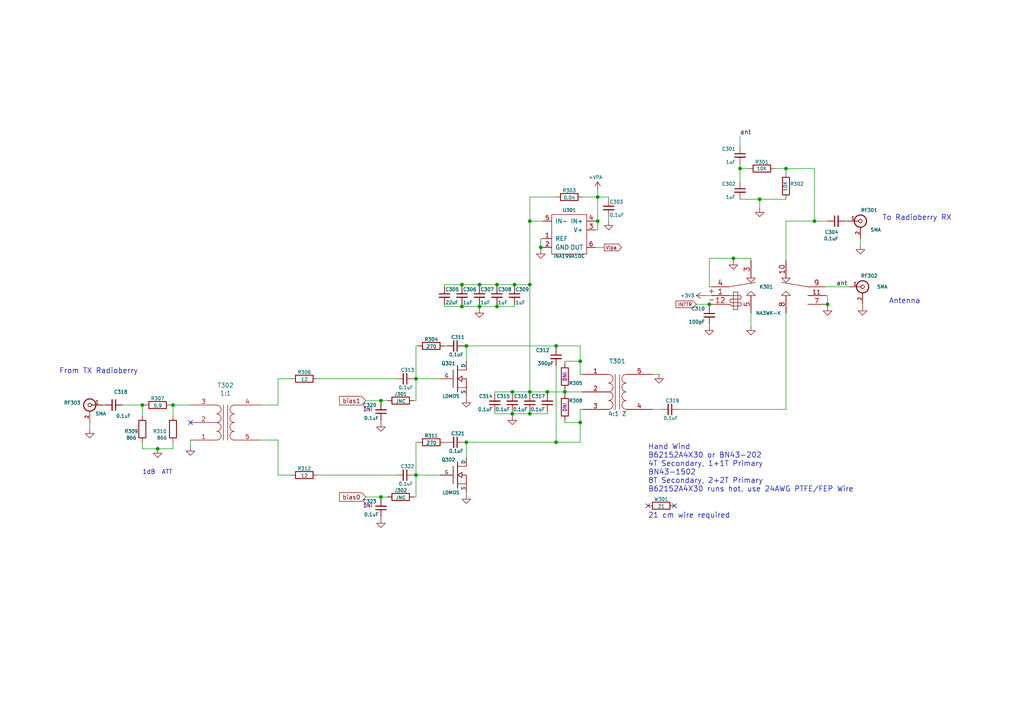
<source format=kicad_sch>
(kicad_sch (version 20231120) (generator "eeschema") (generator_version "8.0")
  (paper "A4")
  (title_block (title "Radioberry - amplifier") (date "2020-12-18") (rev "beta 1") (company "AppMind") (comment 1 "PA3GSB Johan Maas"))
  (lib_symbols
    (symbol "hermeslite:+VPA" (power) (pin_names (offset 0))
      (property "Value" "+VPA" (at 0 3.556 0))
      (symbol "+VPA_0_1"
        (polyline (pts (xy -0.762 1.27) (xy 0 2.54)))
        (polyline (pts (xy 0 0) (xy 0 2.54)))
        (polyline (pts (xy 0 2.54) (xy 0.762 1.27)))
      )
      (symbol "+VPA_1_1"
        (pin power_in line (at 0 0 90) (length 0) hide (name "+VPA") (number "1"))
      )
    )
    (symbol "hermeslite:BNC" (pin_names (offset 1.016) hide)
      (property "Reference" "P" (at 0.254 3.048 0))
      (property "Value" "BNC" (at 2.794 -1.524 90))
      (symbol "BNC_0_1"
        (circle (center 0 0) (radius 0.508) (stroke (width 0.2032)))
        (circle (center 0 0) (radius 1.778) (stroke (width 0.3048)))
      )
      (symbol "BNC_1_1"
        (pin passive line (at -3.81 0 0) (length 3.302) (name "In") (number "1"))
        (pin passive line (at 0 -5.08 90) (length 3.302) (name "Ext") (number "2"))
      )
    )
    (symbol "hermeslite:C_Small" (pin_numbers hide) (pin_names (offset 0.254) hide)
      (property "Reference" "C" (at 0.254 1.778 0))
      (property "Value" "C_Small" (at 0.254 -2.032 0))
      (symbol "C_Small_0_1"
        (polyline (pts (xy -1.524 -0.508) (xy 1.524 -0.508)) (stroke (width 0.3302)))
        (polyline (pts (xy -1.524 0.508) (xy 1.524 0.508)) (stroke (width 0.3048)))
      )
      (symbol "C_Small_1_1"
        (pin passive line (at 0 2.54 270) (length 2.032) (name "~") (number "1"))
        (pin passive line (at 0 -2.54 90) (length 2.032) (name "~") (number "2"))
      )
    )
    (symbol "hermeslite:DPDTR_GND" (pin_names (offset 1.016) hide)
      (property "Reference" "K" (at -13.97 5.08 0))
      (property "Value" "DPDTR_GND" (at 11.43 5.08 0))
      (symbol "DPDTR_GND_0_1"
        (polyline (pts (xy -17.145 -3.81) (xy -16.51 -3.81)))
        (polyline (pts (xy -17.145 -1.27) (xy -15.875 -1.27)))
        (polyline (pts (xy -16.51 -3.81) (xy -15.875 -3.81)))
        (polyline (pts (xy -16.51 -0.635) (xy -16.51 -1.905)))
        (polyline (pts (xy -11.43 -5.08) (xy -11.176 -5.08)))
        (polyline (pts (xy -11.43 -2.54) (xy -10.16 -2.54)))
        (polyline (pts (xy -11.43 0) (xy -3.81 1.27)))
        (polyline (pts (xy -11.176 -5.08) (xy -10.668 -5.5626)))
        (polyline (pts (xy -11.176 -4.2926) (xy -11.176 -3.81)))
        (polyline (pts (xy -10.922 -4.572) (xy -11.176 -4.2926)))
        (polyline (pts (xy -10.922 -3.556) (xy -11.176 -3.81)))
        (polyline (pts (xy -10.668 -5.5626) (xy -10.16 -5.5626)))
        (polyline (pts (xy -10.16 -6.604) (xy -10.16 -1.4986)))
        (polyline (pts (xy -10.16 -4.572) (xy -10.922 -4.572)))
        (polyline (pts (xy -10.16 -4.572) (xy -8.89 -4.572)))
        (polyline (pts (xy -10.16 -3.556) (xy -10.922 -3.556)))
        (polyline (pts (xy -10.16 -2.54) (xy -8.89 -2.54)))
        (polyline (pts (xy -10.16 -1.4986) (xy -8.89 -1.4986)))
        (polyline (pts (xy -8.89 -6.604) (xy -10.16 -6.604)))
        (polyline (pts (xy -8.89 -5.5626) (xy -10.16 -5.5626)))
        (polyline (pts (xy -8.89 -5.5626) (xy -8.1534 -5.5626)))
        (polyline (pts (xy -8.89 -4.572) (xy -8.1534 -4.572)))
        (polyline (pts (xy -8.89 -3.556) (xy -10.16 -3.556)))
        (polyline (pts (xy -8.89 -3.556) (xy -8.1534 -3.556)))
        (polyline (pts (xy -8.89 -2.54) (xy -8.1534 -2.54)))
        (polyline (pts (xy -8.89 -1.4986) (xy -8.89 -6.604)))
        (polyline (pts (xy -8.1534 -5.5626) (xy -7.8994 -5.334)))
        (polyline (pts (xy -8.1534 -4.572) (xy -7.8994 -4.826)))
        (polyline (pts (xy -8.1534 -3.556) (xy -7.8994 -3.302)))
        (polyline (pts (xy -8.1534 -2.54) (xy -7.8994 -2.7686)))
        (polyline (pts (xy -7.8994 -5.334) (xy -7.8994 -4.826)))
        (polyline (pts (xy -7.8994 -2.7686) (xy -7.8994 -3.302)))
        (polyline (pts (xy 11.43 0) (xy 3.81 1.27)))
        (polyline (pts (xy -5.08 -1.27) (xy -6.35 -2.54) (xy -3.81 -2.54) (xy -5.08 -1.27)))
        (polyline (pts (xy -5.08 1.27) (xy -6.35 2.54) (xy -3.81 2.54) (xy -5.08 1.27)))
        (polyline (pts (xy 3.81 2.54) (xy 5.08 1.27) (xy 6.35 2.54) (xy 3.81 2.54)))
        (polyline (pts (xy 5.08 -1.27) (xy 3.81 -2.54) (xy 6.35 -2.54) (xy 5.08 -1.27)))
      )
      (symbol "DPDTR_GND_1_1"
        (pin input line (at -16.51 -2.54 0) (length 5.08) (name "~") (number "1"))
        (pin passive line (at 5.08 7.62 270) (length 5.08) (name "~") (number "10"))
        (pin input line (at 16.51 -2.54 180) (length 5.08) (name "~") (number "11"))
        (pin input line (at -16.51 -5.08 0) (length 5.08) (name "~") (number "12"))
        (pin input line (at -5.08 7.62 270) (length 5.08) (name "~") (number "3"))
        (pin input line (at -16.51 0 0) (length 5.08) (name "~") (number "4"))
        (pin input line (at -5.08 -7.62 90) (length 5.08) (name "~") (number "5"))
        (pin input line (at 16.51 -5.08 180) (length 5.08) (name "~") (number "7"))
        (pin input line (at 5.08 -7.62 90) (length 5.08) (name "~") (number "8"))
        (pin passive line (at 16.51 0 180) (length 5.08) (name "~") (number "9"))
      )
    )
    (symbol "hermeslite:INA199x1" (pin_names (offset 1.016))
      (property "Reference" "U" (at 0 -6.35 0))
      (property "Value" "INA199x1" (at 0 -1.27 0))
      (symbol "INA199x1_0_0"
        (rectangle (start -5.08 11.43) (end 5.08 0))
      )
      (symbol "INA199x1_1_1"
        (pin input line (at 7.62 4.445 180) (length 2.54) (name "REF") (number "1"))
        (pin input line (at 7.62 1.905 180) (length 2.54) (name "GND") (number "2"))
        (pin input line (at -7.62 6.985 0) (length 2.54) (name "V+") (number "3"))
        (pin input line (at -7.62 9.525 0) (length 2.54) (name "IN+") (number "4"))
        (pin input line (at 7.62 9.525 180) (length 2.54) (name "IN-") (number "5"))
        (pin input line (at -7.62 1.905 0) (length 2.54) (name "OUT") (number "6"))
      )
    )
    (symbol "hermeslite:R" (pin_numbers hide) (pin_names (offset 0))
      (property "Reference" "R" (at 2.032 0 90))
      (property "Value" "R" (at 0 0 90))
      (symbol "R_0_1"
        (rectangle (start -1.016 -2.54) (end 1.016 2.54) (stroke (width 0.254)))
      )
      (symbol "R_1_1"
        (pin passive line (at 0 3.81 270) (length 1.27) (name "~") (number "1"))
        (pin passive line (at 0 -3.81 90) (length 1.27) (name "~") (number "2"))
      )
    )
    (symbol "hermeslite:RD16HHF1" (pin_numbers hide) (pin_names (offset 0))
      (property "Reference" "Q" (at 0.254 4.318 0))
      (property "Value" "RD16HHF1" (at 0.254 -3.81 0))
      (symbol "RD16HHF1_0_1"
        (polyline (pts (xy -1.27 -2.54) (xy -1.27 2.54)) (stroke (width 0.2032)))
        (polyline (pts (xy 0 -3.81) (xy 0 3.81)) (stroke (width 0.254)))
        (polyline (pts (xy 2.54 -2.54) (xy 0 -2.54)))
        (polyline (pts (xy 2.54 2.54) (xy 0 2.54)))
        (polyline (pts (xy 2.54 -2.54) (xy 2.54 0) (xy 1.27 0)) (stroke (width 0.2032)))
        (polyline (pts (xy 1.27 0.762) (xy 1.27 -0.762) (xy 0 0) (xy 1.27 0.762) (xy 1.27 0.762)) (stroke (width 0.2032)))
      )
      (symbol "RD16HHF1_1_1"
        (pin input line (at -5.08 0 0) (length 3.81) (name "G") (number "1"))
        (pin passive line (at 2.54 -5.08 90) (length 2.54) (name "S") (number "2"))
        (pin passive line (at 2.54 5.08 270) (length 2.54) (name "D") (number "3"))
      )
    )
    (symbol "hermeslite:TRANSF4CT" (pin_names (offset 1.016) hide)
      (property "Reference" "T" (at 0 6.35 0))
      (property "Value" "TRANSF4CT" (at 0 -7.62 0))
      (symbol "TRANSF4CT_0_1"
        (arc (start -2.54 -5.0546) (mid -1.6599 -4.6901) (end -1.27 -3.81))
        (arc (start -2.54 -2.5146) (mid -1.6599 -2.1501) (end -1.27 -1.27))
        (arc (start -2.54 0.0254) (mid -1.6599 0.3899) (end -1.27 1.27))
        (arc (start -2.54 2.5654) (mid -1.6599 2.9299) (end -1.27 3.81))
        (arc (start -1.27 -3.81) (mid -1.642 -2.912) (end -2.54 -2.54))
        (arc (start -1.27 -1.27) (mid -1.642 -0.372) (end -2.54 0))
        (arc (start -1.27 1.27) (mid -1.642 2.168) (end -2.54 2.54))
        (arc (start -1.27 3.81) (mid -1.642 4.708) (end -2.54 5.08))
        (polyline (pts (xy -0.635 5.08) (xy -0.635 -5.08)))
        (polyline (pts (xy 0.635 -5.08) (xy 0.635 5.08)))
        (arc (start 1.2954 -1.27) (mid 1.6599 -2.1501) (end 2.54 -2.5146))
        (arc (start 1.2954 1.27) (mid 1.6599 0.3899) (end 2.54 0.0254))
        (arc (start 1.2954 3.81) (mid 1.6599 2.9299) (end 2.54 2.5654))
        (arc (start 1.3208 -3.81) (mid 1.6853 -4.6901) (end 2.5654 -5.0546))
        (arc (start 2.54 0) (mid 1.642 -0.372) (end 1.2954 -1.27))
        (arc (start 2.54 2.54) (mid 1.642 2.168) (end 1.2954 1.27))
        (arc (start 2.54 5.08) (mid 1.642 4.708) (end 1.2954 3.81))
        (arc (start 2.5654 -2.54) (mid 1.6674 -2.912) (end 1.3208 -3.81))
      )
      (symbol "TRANSF4CT_1_1"
        (pin passive line (at -10.16 5.08 0) (length 7.62) (name "PR1") (number "1"))
        (pin passive line (at -10.16 0 0) (length 7.62) (name "PM") (number "2"))
        (pin passive line (at -10.16 -5.08 0) (length 7.62) (name "PR2") (number "3"))
        (pin passive line (at 10.16 -5.08 180) (length 7.62) (name "S2") (number "4"))
        (pin passive line (at 10.16 5.08 180) (length 7.62) (name "S1") (number "5"))
      )
    )
    (symbol "power:+3V3" (power) (pin_numbers hide) (pin_names (offset 0) hide)
      (property "Value" "+3V3" (at 0 3.556 0))
      (symbol "+3V3_0_1"
        (polyline (pts (xy -0.762 1.27) (xy 0 2.54)))
        (polyline (pts (xy 0 0) (xy 0 2.54)))
        (polyline (pts (xy 0 2.54) (xy 0.762 1.27)))
      )
      (symbol "+3V3_1_1"
        (pin power_in line (at 0 0 90) (length 0) (name "~") (number "1"))
      )
    )
    (symbol "power:GND" (power) (pin_numbers hide) (pin_names (offset 0) hide)
      (property "Value" "GND" (at 0 -3.81 0))
      (symbol "GND_0_1"
        (polyline (pts (xy 0 0) (xy 0 -1.27) (xy 1.27 -1.27) (xy 0 -2.54) (xy -1.27 -1.27) (xy 0 -1.27)))
      )
      (symbol "GND_1_1"
        (pin power_in line (at 0 0 270) (length 0) (name "~") (number "1"))
      )
    )
  )
  (junction (at 139.065 88.9))
  (junction (at 227.965 48.895))
  (junction (at 120.65 109.855))
  (junction (at 153.67 82.55))
  (junction (at 153.67 64.135))
  (junction (at 163.83 113.665))
  (junction (at 236.22 64.135))
  (junction (at 120.65 137.795))
  (junction (at 156.845 71.755))
  (junction (at 148.59 120.015))
  (junction (at 144.145 88.9))
  (junction (at 173.355 57.15))
  (junction (at 148.59 113.665))
  (junction (at 214.63 48.895))
  (junction (at 133.985 82.55))
  (junction (at 168.275 104.775))
  (junction (at 161.29 128.27))
  (junction (at 149.225 82.55))
  (junction (at 220.345 57.785))
  (junction (at 133.985 88.9))
  (junction (at 41.275 117.475))
  (junction (at 144.145 82.55))
  (junction (at 45.72 130.175))
  (junction (at 50.165 117.475))
  (junction (at 240.03 88.265))
  (junction (at 153.67 120.015))
  (junction (at 161.29 100.33))
  (junction (at 205.74 88.265))
  (junction (at 153.67 113.665))
  (junction (at 212.725 74.93))
  (junction (at 139.065 82.55))
  (junction (at 135.255 100.33))
  (junction (at 110.49 144.145))
  (junction (at 110.49 116.205))
  (junction (at 158.75 113.665))
  (junction (at 135.255 128.27))
  (junction (at 168.275 122.555))
  (junction (at 173.355 64.135))
  (no_connect (at 195.58 146.685))
  (no_connect (at 55.245 122.555))
  (no_connect (at 187.96 146.685))
  (wire (pts (xy 217.805 74.93) (xy 217.805 75.565)))
  (wire (pts (xy 133.985 82.55) (xy 139.065 82.55)))
  (wire (pts (xy 133.985 83.185) (xy 133.985 82.55)))
  (wire (pts (xy 29.845 117.475) (xy 30.48 117.475)))
  (wire (pts (xy 128.905 82.55) (xy 128.905 83.185)))
  (wire (pts (xy 135.255 128.27) (xy 161.29 128.27)))
  (wire (pts (xy 106.045 116.205) (xy 110.49 116.205)))
  (wire (pts (xy 153.67 113.665) (xy 153.67 114.3)))
  (wire (pts (xy 120.65 144.145) (xy 120.015 144.145)))
  (wire (pts (xy 133.985 88.9) (xy 139.065 88.9)))
  (wire (pts (xy 153.67 120.015) (xy 158.75 120.015)))
  (wire (pts (xy 189.23 118.745) (xy 191.77 118.745)))
  (wire (pts (xy 205.74 88.9) (xy 205.74 88.265)))
  (wire (pts (xy 163.83 105.41) (xy 163.83 104.775)))
  (wire (pts (xy 205.74 88.265) (xy 206.375 88.265)))
  (wire (pts (xy 196.85 118.745) (xy 227.965 118.745)))
  (wire (pts (xy 158.75 113.665) (xy 163.83 113.665)))
  (wire (pts (xy 217.805 90.805) (xy 217.805 94.615)))
  (wire (pts (xy 157.48 71.755) (xy 156.845 71.755)))
  (wire (pts (xy 239.395 83.185) (xy 246.38 83.185)))
  (wire (pts (xy 144.145 82.55) (xy 149.225 82.55)))
  (wire (pts (xy 163.83 104.775) (xy 168.275 104.775)))
  (wire (pts (xy 236.22 64.135) (xy 240.03 64.135)))
  (wire (pts (xy 220.345 57.785) (xy 227.965 57.785)))
  (wire (pts (xy 168.275 128.27) (xy 161.29 128.27)))
  (wire (pts (xy 163.83 113.03) (xy 163.83 113.665)))
  (wire (pts (xy 214.63 57.785) (xy 220.345 57.785)))
  (wire (pts (xy 50.165 130.175) (xy 50.165 128.27)))
  (wire (pts (xy 49.53 117.475) (xy 50.165 117.475)))
  (wire (pts (xy 212.725 74.93) (xy 217.805 74.93)))
  (wire (pts (xy 153.67 82.55) (xy 153.67 113.665)))
  (wire (pts (xy 80.645 109.855) (xy 84.455 109.855)))
  (wire (pts (xy 240.03 88.265) (xy 240.03 88.9)))
  (wire (pts (xy 227.965 48.895) (xy 227.965 50.165)))
  (wire (pts (xy 168.91 118.745) (xy 168.275 118.745)))
  (wire (pts (xy 106.045 144.145) (xy 110.49 144.145)))
  (wire (pts (xy 189.23 108.585) (xy 191.135 108.585)))
  (wire (pts (xy 80.645 117.475) (xy 80.645 109.855)))
  (wire (pts (xy 75.565 127.635) (xy 80.645 127.635)))
  (wire (pts (xy 143.51 113.665) (xy 143.51 114.3)))
  (wire (pts (xy 168.275 122.555) (xy 168.275 128.27)))
  (wire (pts (xy 148.59 114.3) (xy 148.59 113.665)))
  (wire (pts (xy 120.65 128.27) (xy 121.285 128.27)))
  (wire (pts (xy 173.355 57.15) (xy 173.355 64.135)))
  (wire (pts (xy 120.65 109.855) (xy 127.635 109.855)))
  (wire (pts (xy 163.83 122.555) (xy 168.275 122.555)))
  (wire (pts (xy 26.035 122.555) (xy 26.035 124.46)))
  (wire (pts (xy 161.29 100.965) (xy 161.29 100.33)))
  (wire (pts (xy 110.49 144.78) (xy 110.49 144.145)))
  (wire (pts (xy 128.905 100.33) (xy 129.54 100.33)))
  (wire (pts (xy 135.255 104.775) (xy 135.255 100.33)))
  (wire (pts (xy 201.93 88.265) (xy 205.74 88.265)))
  (wire (pts (xy 172.72 64.135) (xy 173.355 64.135)))
  (wire (pts (xy 128.905 82.55) (xy 133.985 82.55)))
  (wire (pts (xy 143.51 113.665) (xy 148.59 113.665)))
  (wire (pts (xy 153.67 64.135) (xy 153.67 82.55)))
  (wire (pts (xy 173.355 57.15) (xy 176.53 57.15)))
  (wire (pts (xy 205.74 74.93) (xy 212.725 74.93)))
  (wire (pts (xy 224.79 48.895) (xy 227.965 48.895)))
  (wire (pts (xy 161.29 106.045) (xy 161.29 128.27)))
  (wire (pts (xy 214.63 48.895) (xy 214.63 47.625)))
  (wire (pts (xy 172.72 71.755) (xy 175.26 71.755)))
  (wire (pts (xy 227.965 48.895) (xy 236.22 48.895)))
  (wire (pts (xy 110.49 116.84) (xy 110.49 116.205)))
  (wire (pts (xy 227.965 90.805) (xy 227.965 118.745)))
  (wire (pts (xy 157.48 64.135) (xy 153.67 64.135)))
  (wire (pts (xy 120.015 137.795) (xy 120.65 137.795)))
  (wire (pts (xy 156.845 69.215) (xy 156.845 71.755)))
  (wire (pts (xy 148.59 119.38) (xy 148.59 120.015)))
  (wire (pts (xy 163.83 121.92) (xy 163.83 122.555)))
  (wire (pts (xy 135.255 142.875) (xy 135.255 143.51)))
  (wire (pts (xy 35.56 117.475) (xy 41.275 117.475)))
  (wire (pts (xy 239.395 85.725) (xy 240.03 85.725)))
  (wire (pts (xy 143.51 119.38) (xy 143.51 120.015)))
  (wire (pts (xy 214.63 48.895) (xy 217.17 48.895)))
  (wire (pts (xy 50.165 120.65) (xy 50.165 117.475)))
  (wire (pts (xy 205.74 74.93) (xy 205.74 83.185)))
  (wire (pts (xy 156.845 71.755) (xy 156.845 72.39)))
  (wire (pts (xy 120.65 137.795) (xy 120.65 144.145)))
  (wire (pts (xy 144.145 88.9) (xy 149.225 88.9)))
  (wire (pts (xy 41.275 128.27) (xy 41.275 130.175)))
  (wire (pts (xy 153.67 119.38) (xy 153.67 120.015)))
  (wire (pts (xy 110.49 116.205) (xy 112.395 116.205)))
  (wire (pts (xy 135.255 114.935) (xy 135.255 115.57)))
  (wire (pts (xy 220.345 60.325) (xy 220.345 57.785)))
  (wire (pts (xy 41.275 117.475) (xy 41.91 117.475)))
  (wire (pts (xy 133.985 88.265) (xy 133.985 88.9)))
  (wire (pts (xy 128.905 88.265) (xy 128.905 88.9)))
  (wire (pts (xy 135.255 128.27) (xy 134.62 128.27)))
  (wire (pts (xy 84.455 137.795) (xy 80.645 137.795)))
  (wire (pts (xy 250.19 88.265) (xy 250.19 88.9)))
  (wire (pts (xy 214.63 42.545) (xy 214.63 39.37)))
  (wire (pts (xy 110.49 121.92) (xy 110.49 122.555)))
  (wire (pts (xy 240.03 85.725) (xy 240.03 88.265)))
  (wire (pts (xy 212.725 74.93) (xy 212.725 75.565)))
  (wire (pts (xy 50.165 117.475) (xy 55.245 117.475)))
  (wire (pts (xy 153.67 57.15) (xy 153.67 64.135)))
  (wire (pts (xy 168.275 108.585) (xy 168.91 108.585)))
  (wire (pts (xy 205.74 83.185) (xy 206.375 83.185)))
  (wire (pts (xy 239.395 88.265) (xy 240.03 88.265)))
  (wire (pts (xy 161.29 57.15) (xy 153.67 57.15)))
  (wire (pts (xy 120.65 128.27) (xy 120.65 137.795)))
  (wire (pts (xy 139.065 82.55) (xy 139.065 83.185)))
  (wire (pts (xy 148.59 120.015) (xy 148.59 120.65)))
  (wire (pts (xy 148.59 113.665) (xy 153.67 113.665)))
  (wire (pts (xy 149.225 82.55) (xy 149.225 83.185)))
  (wire (pts (xy 227.965 64.135) (xy 227.965 75.565)))
  (wire (pts (xy 110.49 149.86) (xy 110.49 150.495)))
  (wire (pts (xy 135.255 132.715) (xy 135.255 128.27)))
  (wire (pts (xy 176.53 57.15) (xy 176.53 57.785)))
  (wire (pts (xy 245.745 64.135) (xy 245.11 64.135)))
  (wire (pts (xy 176.53 62.865) (xy 176.53 64.135)))
  (wire (pts (xy 158.75 120.015) (xy 158.75 119.38)))
  (wire (pts (xy 41.275 120.65) (xy 41.275 117.475)))
  (wire (pts (xy 120.65 109.855) (xy 120.65 116.205)))
  (wire (pts (xy 204.47 85.725) (xy 206.375 85.725)))
  (wire (pts (xy 205.74 93.98) (xy 205.74 94.615)))
  (wire (pts (xy 227.965 64.135) (xy 236.22 64.135)))
  (wire (pts (xy 128.905 88.9) (xy 133.985 88.9)))
  (wire (pts (xy 236.22 48.895) (xy 236.22 64.135)))
  (wire (pts (xy 149.225 88.9) (xy 149.225 88.265)))
  (wire (pts (xy 139.065 82.55) (xy 144.145 82.55)))
  (wire (pts (xy 92.075 137.795) (xy 114.935 137.795)))
  (wire (pts (xy 168.275 104.775) (xy 168.275 108.585)))
  (wire (pts (xy 173.355 55.245) (xy 173.355 57.15)))
  (wire (pts (xy 120.015 109.855) (xy 120.65 109.855)))
  (wire (pts (xy 214.63 52.705) (xy 214.63 48.895)))
  (wire (pts (xy 139.065 88.9) (xy 144.145 88.9)))
  (wire (pts (xy 120.65 116.205) (xy 120.015 116.205)))
  (wire (pts (xy 168.275 118.745) (xy 168.275 122.555)))
  (wire (pts (xy 157.48 69.215) (xy 156.845 69.215)))
  (wire (pts (xy 163.83 113.665) (xy 168.91 113.665)))
  (wire (pts (xy 158.75 114.3) (xy 158.75 113.665)))
  (wire (pts (xy 144.145 82.55) (xy 144.145 83.185)))
  (wire (pts (xy 173.355 64.135) (xy 173.355 66.675)))
  (wire (pts (xy 161.29 100.33) (xy 168.275 100.33)))
  (wire (pts (xy 41.275 130.175) (xy 45.72 130.175)))
  (wire (pts (xy 149.225 82.55) (xy 153.67 82.55)))
  (wire (pts (xy 148.59 120.015) (xy 153.67 120.015)))
  (wire (pts (xy 153.67 113.665) (xy 158.75 113.665)))
  (wire (pts (xy 163.83 113.665) (xy 163.83 114.3)))
  (wire (pts (xy 173.355 66.675) (xy 172.72 66.675)))
  (wire (pts (xy 120.65 137.795) (xy 127.635 137.795)))
  (wire (pts (xy 128.905 128.27) (xy 129.54 128.27)))
  (wire (pts (xy 168.275 100.33) (xy 168.275 104.775)))
  (wire (pts (xy 110.49 144.145) (xy 112.395 144.145)))
  (wire (pts (xy 144.145 88.9) (xy 144.145 88.265)))
  (wire (pts (xy 139.065 88.265) (xy 139.065 88.9)))
  (wire (pts (xy 135.255 100.33) (xy 161.29 100.33)))
  (wire (pts (xy 55.245 127.635) (xy 55.245 129.54)))
  (wire (pts (xy 143.51 120.015) (xy 148.59 120.015)))
  (wire (pts (xy 45.72 130.175) (xy 50.165 130.175)))
  (wire (pts (xy 80.645 127.635) (xy 80.645 137.795)))
  (wire (pts (xy 134.62 100.33) (xy 135.255 100.33)))
  (wire (pts (xy 120.65 100.33) (xy 121.285 100.33)))
  (wire (pts (xy 249.555 69.215) (xy 249.555 71.12)))
  (wire (pts (xy 75.565 117.475) (xy 80.645 117.475)))
  (wire (pts (xy 92.075 109.855) (xy 114.935 109.855)))
  (wire (pts (xy 120.65 100.33) (xy 120.65 109.855)))
  (wire (pts (xy 139.065 88.9) (xy 139.065 89.535)))
  (wire (pts (xy 168.91 57.15) (xy 173.355 57.15)))
  (text "21 cm wire required" (at 187.96 150.495 0) (effects (font (size 1.524 1.524)) (justify left bottom)))
  (text "1dB  ATT" (at 41.275 137.795 0) (effects (font (size 1.27 1.27)) (justify left bottom)))
  (text "To Radioberry RX" (at 255.905 64.135 0) (effects (font (size 1.524 1.524)) (justify left bottom)))
  (text "From TX Radioberry" (at 17.145 108.585 0) (effects (font (size 1.524 1.524)) (justify left bottom)))
  (text "Antenna" (at 257.81 88.265 0) (effects (font (size 1.524 1.524)) (justify left bottom)))
  (text "Hand Wind\nB62152A4X30 or BN43-202\n4T Secondary, 1+1T Primary\nBN43-1502\n8T Secondary, 2+2T Primary\nB62152A4X30 runs hot, use 24AWG PTFE/FEP Wire" (at 187.96 142.875 0) (effects (font (size 1.524 1.524)) (justify left bottom)))
  (label "ant" (at 214.63 39.37 0))
  (label "ant" (at 242.57 83.185 0))
  (global_label "bias0" (shape input) (at 106.045 144.145 180) (property "Intersheetrefs" "${INTERSHEET_REFS}" (effects (hide yes))))
  (global_label "Vipa" (shape output) (at 175.26 71.755 0) (effects (font (size 0.9906 0.9906))) (property "Intersheetrefs" "${INTERSHEET_REFS}" (effects (hide yes))))
  (global_label "bias1" (shape input) (at 106.045 116.205 180) (property "Intersheetrefs" "${INTERSHEET_REFS}" (effects (hide yes))))
  (global_label "INTTR" (shape input) (at 201.93 88.265 180) (effects (font (size 0.9906 0.9906))) (property "Intersheetrefs" "${INTERSHEET_REFS}" (effects (hide yes))))
  (symbol (lib_id "hermeslite:C_Small") (at 117.475 109.855 270) (unit 1)
    (property "Reference" "C313" (at 116.205 107.315 90) (effects (font (size 0.9906 0.9906)) (justify left)))
    (property "Value" "0.1uF" (at 115.57 112.395 90) (effects (font (size 0.9906 0.9906)) (justify left)))
    (property "Footprint" "HERMESLITE:SMD-0603" (effects (hide yes)))
  )
  (symbol (lib_id "hermeslite:R") (at 88.265 109.855 270) (unit 1)
    (property "Reference" "R306" (at 88.265 107.95 90) (effects (font (size 0.9906 0.9906))))
    (property "Value" "12" (at 88.2904 110.0328 90) (effects (font (size 0.9906 0.9906))))
    (property "Footprint" "HERMESLITE:SMD-0805" (effects (hide yes)))
  )
  (symbol (lib_id "hermeslite:R") (at 125.095 100.33 270) (unit 1)
    (property "Reference" "R304" (at 125.095 98.425 90) (effects (font (size 0.9906 0.9906))))
    (property "Value" "270" (at 125.1204 100.5078 90) (effects (font (size 0.9906 0.9906))))
    (property "Footprint" "HERMESLITE:SMD-0603" (effects (hide yes)))
  )
  (symbol (lib_id "hermeslite:C_Small") (at 132.08 100.33 270) (unit 1)
    (property "Reference" "C311" (at 130.81 97.79 90) (effects (font (size 0.9906 0.9906)) (justify left)))
    (property "Value" "0.1uF" (at 130.175 102.87 90) (effects (font (size 0.9906 0.9906)) (justify left)))
    (property "Footprint" "HERMESLITE:SMD-0603" (effects (hide yes)))
  )
  (symbol (lib_id "hermeslite:RD16HHF1") (at 132.715 109.855 0) (unit 1)
    (property "Reference" "Q301" (at 132.08 105.41 0) (effects (font (size 0.9906 0.9906)) (justify right)))
    (property "Value" "LDMOS" (at 133.35 114.935 0) (effects (font (size 0.9906 0.9906)) (justify right)))
    (property "Footprint" "HERMESLITE:COMBORFGND" (effects (hide yes)))
  )
  (symbol (lib_id "hermeslite:+VPA") (at 173.355 55.245 0) (unit 1)
    (property "Reference" "#PWR0301" (effects (hide yes)))
    (property "Value" "+VPA" (at 172.72 51.435 0) (effects (font (size 0.9906 0.9906))))
  )
  (symbol (lib_id "hermeslite:C_Small") (at 133.985 85.725 0) (unit 1)
    (property "Reference" "C306" (at 134.239 83.947 0) (effects (font (size 0.9906 0.9906)) (justify left)))
    (property "Value" "1uF" (at 134.239 87.757 0) (effects (font (size 0.9906 0.9906)) (justify left)))
    (property "Footprint" "HERMESLITE:SMD-0805" (effects (hide yes)))
    (property "Ext" "HV" (effects (hide yes)))
  )
  (symbol (lib_id "hermeslite:C_Small") (at 139.065 85.725 0) (unit 1)
    (property "Reference" "C307" (at 139.319 83.947 0) (effects (font (size 0.9906 0.9906)) (justify left)))
    (property "Value" "1uF" (at 139.319 87.757 0) (effects (font (size 0.9906 0.9906)) (justify left)))
    (property "Footprint" "HERMESLITE:SMD-0805" (effects (hide yes)))
    (property "Ext" "HV" (effects (hide yes)))
  )
  (symbol (lib_id "hermeslite:C_Small") (at 144.145 85.725 0) (unit 1)
    (property "Reference" "C308" (at 144.399 83.947 0) (effects (font (size 0.9906 0.9906)) (justify left)))
    (property "Value" "1uF" (at 144.399 87.757 0) (effects (font (size 0.9906 0.9906)) (justify left)))
    (property "Footprint" "HERMESLITE:SMD-0805" (effects (hide yes)))
    (property "Ext" "HV" (effects (hide yes)))
  )
  (symbol (lib_id "hermeslite:C_Small") (at 149.225 85.725 0) (unit 1)
    (property "Reference" "C309" (at 149.479 83.947 0) (effects (font (size 0.9906 0.9906)) (justify left)))
    (property "Value" "1uF" (at 149.479 87.757 0) (effects (font (size 0.9906 0.9906)) (justify left)))
    (property "Footprint" "HERMESLITE:SMD-0805" (effects (hide yes)))
    (property "Ext" "HV" (effects (hide yes)))
  )
  (symbol (lib_id "hermeslite:R") (at 163.83 109.22 180) (unit 1)
    (property "Reference" "R305" (at 167.005 111.125 0) (effects (font (size 0.9906 0.9906))))
    (property "Value" "1K" (effects (hide yes)))
    (property "Footprint" "HERMESLITE:SMD-0805" (effects (hide yes)))
    (property "Option" "DNI" (at 163.83 109.22 90) (effects (font (size 0.9906 0.9906))))
  )
  (symbol (lib_id "hermeslite:R") (at 163.83 118.11 180) (unit 1)
    (property "Reference" "R308" (at 167.005 116.205 0) (effects (font (size 0.9906 0.9906))))
    (property "Value" "1K" (effects (hide yes)))
    (property "Footprint" "HERMESLITE:SMD-0805" (effects (hide yes)))
    (property "Option" "DNI" (at 163.83 118.11 90) (effects (font (size 0.9906 0.9906))))
  )
  (symbol (lib_id "power:GND") (at 135.255 115.57 0) (unit 1)
    (property "Reference" "#PWR0314" (effects (hide yes)))
    (property "Value" "GND" (effects (hide yes)))
  )
  (symbol (lib_id "hermeslite:C_Small") (at 148.59 116.84 180) (unit 1)
    (property "Reference" "C315" (at 147.955 114.935 0) (effects (font (size 0.9906 0.9906)) (justify left)))
    (property "Value" "0.1uF" (at 147.955 118.745 0) (effects (font (size 0.9906 0.9906)) (justify left)))
    (property "Footprint" "HERMESLITE:SMD-0603" (effects (hide yes)))
  )
  (symbol (lib_id "hermeslite:C_Small") (at 153.67 116.84 180) (unit 1)
    (property "Reference" "C316" (at 153.035 114.935 0) (effects (font (size 0.9906 0.9906)) (justify left)))
    (property "Value" "0.1uF" (at 153.035 118.745 0) (effects (font (size 0.9906 0.9906)) (justify left)))
    (property "Footprint" "HERMESLITE:SMD-0603" (effects (hide yes)))
  )
  (symbol (lib_id "hermeslite:C_Small") (at 158.75 116.84 180) (unit 1)
    (property "Reference" "C317" (at 158.115 114.935 0) (effects (font (size 0.9906 0.9906)) (justify left)))
    (property "Value" "0.1uF" (at 158.115 118.745 0) (effects (font (size 0.9906 0.9906)) (justify left)))
    (property "Footprint" "HERMESLITE:SMD-0603" (effects (hide yes)))
  )
  (symbol (lib_id "hermeslite:C_Small") (at 143.51 116.84 180) (unit 1)
    (property "Reference" "C314" (at 142.875 114.935 0) (effects (font (size 0.9906 0.9906)) (justify left)))
    (property "Value" "0.1uF" (at 142.875 118.745 0) (effects (font (size 0.9906 0.9906)) (justify left)))
    (property "Footprint" "HERMESLITE:SMD-0603" (effects (hide yes)))
  )
  (symbol (lib_id "hermeslite:C_Small") (at 117.475 137.795 270) (unit 1)
    (property "Reference" "C322" (at 116.205 135.255 90) (effects (font (size 0.9906 0.9906)) (justify left)))
    (property "Value" "0.1uF" (at 115.57 140.335 90) (effects (font (size 0.9906 0.9906)) (justify left)))
    (property "Footprint" "HERMESLITE:SMD-0603" (effects (hide yes)))
  )
  (symbol (lib_id "hermeslite:R") (at 125.095 128.27 270) (unit 1)
    (property "Reference" "R311" (at 125.095 126.365 90) (effects (font (size 0.9906 0.9906))))
    (property "Value" "270" (at 125.1204 128.4478 90) (effects (font (size 0.9906 0.9906))))
    (property "Footprint" "HERMESLITE:SMD-0603" (effects (hide yes)))
  )
  (symbol (lib_id "hermeslite:C_Small") (at 132.08 128.27 270) (unit 1)
    (property "Reference" "C321" (at 130.81 125.73 90) (effects (font (size 0.9906 0.9906)) (justify left)))
    (property "Value" "0.1uF" (at 130.175 130.81 90) (effects (font (size 0.9906 0.9906)) (justify left)))
    (property "Footprint" "HERMESLITE:SMD-0603" (effects (hide yes)))
  )
  (symbol (lib_id "hermeslite:RD16HHF1") (at 132.715 137.795 0) (unit 1)
    (property "Reference" "Q302" (at 132.08 133.35 0) (effects (font (size 0.9906 0.9906)) (justify right)))
    (property "Value" "LDMOS" (at 133.35 142.875 0) (effects (font (size 0.9906 0.9906)) (justify right)))
    (property "Footprint" "HERMESLITE:COMBORFGND" (effects (hide yes)))
  )
  (symbol (lib_id "power:GND") (at 135.255 143.51 0) (unit 1)
    (property "Reference" "#PWR0320" (effects (hide yes)))
    (property "Value" "GND" (effects (hide yes)))
  )
  (symbol (lib_id "power:GND") (at 148.59 120.65 0) (unit 1)
    (property "Reference" "#PWR0315" (effects (hide yes)))
    (property "Value" "GND" (effects (hide yes)))
  )
  (symbol (lib_id "power:GND") (at 139.065 89.535 0) (unit 1)
    (property "Reference" "#PWR0310" (effects (hide yes)))
    (property "Value" "GND" (effects (hide yes)))
  )
  (symbol (lib_id "hermeslite:R") (at 88.265 137.795 270) (unit 1)
    (property "Reference" "R312" (at 88.265 135.89 90) (effects (font (size 0.9906 0.9906))))
    (property "Value" "12" (at 88.2904 137.9728 90) (effects (font (size 0.9906 0.9906))))
    (property "Footprint" "HERMESLITE:SMD-0805" (effects (hide yes)))
  )
  (symbol (lib_id "hermeslite:C_Small") (at 194.31 118.745 270) (unit 1)
    (property "Reference" "C319" (at 193.04 116.205 90) (effects (font (size 0.9906 0.9906)) (justify left)))
    (property "Value" "0.1uF" (at 192.405 121.285 90) (effects (font (size 0.9906 0.9906)) (justify left)))
    (property "Footprint" "HERMESLITE:SMD-0603" (effects (hide yes)))
  )
  (symbol (lib_id "hermeslite:TRANSF4CT") (at 179.07 113.665 0) (unit 1)
    (property "Reference" "T301" (at 179.07 104.775 0))
    (property "Value" "4:1 Z" (at 179.07 120.015 0))
    (property "Footprint" "HERMESLITE:BN202V" (effects (hide yes)))
  )
  (symbol (lib_id "hermeslite:BNC") (at 250.19 83.185 0) (unit 1)
    (property "Reference" "RF302" (at 252.095 80.01 0) (effects (font (size 0.9906 0.9906))))
    (property "Value" "SMA" (at 255.905 83.185 0) (effects (font (size 0.9906 0.9906))))
    (property "Footprint" "HERMESLITE:SMAEDGE_THFULL_L" (effects (hide yes)))
  )
  (symbol (lib_id "power:GND") (at 250.19 88.9 0) (unit 1)
    (property "Reference" "#PWR0309" (effects (hide yes)))
    (property "Value" "GND" (effects (hide yes)))
  )
  (symbol (lib_id "power:+3V3") (at 204.47 85.725 90) (unit 1)
    (property "Reference" "#PWR0307" (effects (hide yes)))
    (property "Value" "+3V3" (at 199.39 85.725 90) (effects (font (size 0.9906 0.9906))))
  )
  (symbol (lib_id "hermeslite:C_Small") (at 205.74 91.44 0) (mirror y) (unit 1)
    (property "Reference" "C310" (at 204.47 89.535 0) (effects (font (size 0.9906 0.9906)) (justify left)))
    (property "Value" "100pF" (at 204.47 93.345 0) (effects (font (size 0.9906 0.9906)) (justify left)))
    (property "Footprint" "HERMESLITE:SMD-0805" (effects (hide yes)))
  )
  (symbol (lib_id "power:GND") (at 205.74 94.615 0) (unit 1)
    (property "Reference" "#PWR0311" (effects (hide yes)))
    (property "Value" "GND" (effects (hide yes)))
  )
  (symbol (lib_id "hermeslite:DPDTR_GND") (at 222.885 83.185 0) (unit 1)
    (property "Reference" "K301" (at 222.25 83.185 0) (effects (font (size 0.9906 0.9906))))
    (property "Value" "NA3WK-K" (at 222.885 90.805 0) (effects (font (size 0.9906 0.9906))))
    (property "Footprint" "HERMESLITE:DPDT_GND" (effects (hide yes)))
  )
  (symbol (lib_id "power:GND") (at 217.805 94.615 0) (unit 1)
    (property "Reference" "#PWR0312" (effects (hide yes)))
    (property "Value" "GND" (effects (hide yes)))
  )
  (symbol (lib_id "power:GND") (at 212.725 75.565 0) (unit 1)
    (property "Reference" "#PWR0306" (effects (hide yes)))
    (property "Value" "GND" (effects (hide yes)))
  )
  (symbol (lib_id "hermeslite:C_Small") (at 161.29 103.505 0) (mirror y) (unit 1)
    (property "Reference" "C312" (at 159.385 101.6 0) (effects (font (size 0.9906 0.9906)) (justify left)))
    (property "Value" "390pF" (at 160.655 105.41 0) (effects (font (size 0.9906 0.9906)) (justify left)))
    (property "Footprint" "HERMESLITE:SMD-0805" (effects (hide yes)))
  )
  (symbol (lib_id "hermeslite:INA199x1") (at 165.1 73.66 0) (mirror y) (unit 1)
    (property "Reference" "U301" (at 165.1 60.96 0) (effects (font (size 0.9906 0.9906))))
    (property "Value" "INA199A1DC" (at 165.1 74.295 0) (effects (font (size 0.9906 0.9906))))
    (property "Footprint" "HERMESLITE:PE4259" (effects (hide yes)))
  )
  (symbol (lib_id "hermeslite:R") (at 165.1 57.15 270) (unit 1)
    (property "Reference" "R303" (at 165.1 55.245 90) (effects (font (size 0.9906 0.9906))))
    (property "Value" "0.04" (at 165.1254 57.3278 90) (effects (font (size 0.9906 0.9906))))
    (property "Footprint" "HERMESLITE:SMD-1206" (effects (hide yes)))
  )
  (symbol (lib_id "power:GND") (at 156.845 72.39 0) (unit 1)
    (property "Reference" "#PWR0305" (effects (hide yes)))
    (property "Value" "GND" (effects (hide yes)))
  )
  (symbol (lib_id "hermeslite:C_Small") (at 176.53 60.325 0) (unit 1)
    (property "Reference" "C303" (at 176.784 58.547 0) (effects (font (size 0.9906 0.9906)) (justify left)))
    (property "Value" "0.1uF" (at 176.784 62.357 0) (effects (font (size 0.9906 0.9906)) (justify left)))
    (property "Footprint" "HERMESLITE:SMD-0603" (effects (hide yes)))
  )
  (symbol (lib_id "power:GND") (at 176.53 64.135 0) (unit 1)
    (property "Reference" "#PWR0303" (effects (hide yes)))
    (property "Value" "GND" (effects (hide yes)))
  )
  (symbol (lib_id "hermeslite:R") (at 116.205 116.205 270) (unit 1)
    (property "Reference" "J301" (at 116.205 114.3 90) (effects (font (size 0.9906 0.9906))))
    (property "Value" "JNC" (at 116.2304 116.3828 90) (effects (font (size 0.9906 0.9906))))
    (property "Footprint" "HERMESLITE:SMD-0603" (effects (hide yes)))
  )
  (symbol (lib_id "hermeslite:R") (at 116.205 144.145 270) (unit 1)
    (property "Reference" "J302" (at 116.205 142.24 90) (effects (font (size 0.9906 0.9906))))
    (property "Value" "JNC" (at 116.2304 144.3228 90) (effects (font (size 0.9906 0.9906))))
    (property "Footprint" "HERMESLITE:SMD-0603" (effects (hide yes)))
  )
  (symbol (lib_id "hermeslite:C_Small") (at 110.49 147.32 180) (unit 1)
    (property "Reference" "C323" (at 109.22 145.415 0) (effects (font (size 0.9906 0.9906)) (justify left)))
    (property "Value" "0.1uF" (at 109.855 149.225 0) (effects (font (size 0.9906 0.9906)) (justify left)))
    (property "Footprint" "HERMESLITE:SMD-0603" (effects (hide yes)))
    (property "Option" "DNI" (at 106.68 146.685 0) (effects (font (size 0.9906 0.9906))))
  )
  (symbol (lib_id "hermeslite:C_Small") (at 110.49 119.38 180) (unit 1)
    (property "Reference" "C320" (at 109.22 117.475 0) (effects (font (size 0.9906 0.9906)) (justify left)))
    (property "Value" "0.1uF" (at 109.855 121.285 0) (effects (font (size 0.9906 0.9906)) (justify left)))
    (property "Footprint" "HERMESLITE:SMD-0603" (effects (hide yes)))
    (property "Option" "DNI" (at 106.68 118.745 0) (effects (font (size 0.9906 0.9906))))
  )
  (symbol (lib_id "power:GND") (at 110.49 122.555 0) (unit 1)
    (property "Reference" "#PWR0316" (effects (hide yes)))
    (property "Value" "GND" (effects (hide yes)))
  )
  (symbol (lib_id "power:GND") (at 110.49 150.495 0) (unit 1)
    (property "Reference" "#PWR0321" (effects (hide yes)))
    (property "Value" "GND" (effects (hide yes)))
  )
  (symbol (lib_id "hermeslite:C_Small") (at 128.905 85.725 0) (unit 1)
    (property "Reference" "C305" (at 129.159 83.947 0) (effects (font (size 0.9906 0.9906)) (justify left)))
    (property "Value" "22uF" (at 129.159 87.757 0) (effects (font (size 0.9906 0.9906)) (justify left)))
    (property "Footprint" "HERMESLITE:SMD-0805" (effects (hide yes)))
  )
  (symbol (lib_id "hermeslite:C_Small") (at 33.02 117.475 270) (unit 1)
    (property "Reference" "C318" (at 33.02 113.665 90) (effects (font (size 0.9906 0.9906)) (justify left)))
    (property "Value" "0.1uF" (at 33.655 120.65 90) (effects (font (size 0.9906 0.9906)) (justify left)))
    (property "Footprint" "HERMESLITE:SMD-0603" (effects (hide yes)))
  )
  (symbol (lib_id "power:GND") (at 26.035 124.46 0) (unit 1)
    (property "Reference" "#PWR0317" (effects (hide yes)))
    (property "Value" "GND" (effects (hide yes)))
  )
  (symbol (lib_id "hermeslite:BNC") (at 26.035 117.475 0) (mirror y) (unit 1)
    (property "Reference" "RF303" (at 20.955 116.84 0) (effects (font (size 0.9906 0.9906))))
    (property "Value" "SMA" (at 29.21 120.015 0) (effects (font (size 0.9906 0.9906))))
    (property "Footprint" "HERMESLITE:SMAEDGE_THFULL_L" (effects (hide yes)))
  )
  (symbol (lib_id "power:GND") (at 240.03 88.9 0) (unit 1)
    (property "Reference" "#PWR0308" (effects (hide yes)))
    (property "Value" "GND" (effects (hide yes)))
  )
  (symbol (lib_id "hermeslite:R") (at 191.77 146.685 270) (unit 1)
    (property "Reference" "W301" (at 191.77 144.78 90) (effects (font (size 0.9906 0.9906))))
    (property "Value" "21" (at 191.7954 146.8628 90) (effects (font (size 0.9906 0.9906))))
  )
  (symbol (lib_id "hermeslite:C_Small") (at 214.63 45.085 0) (mirror y) (unit 1)
    (property "Reference" "C301" (at 213.36 43.18 0) (effects (font (size 0.9906 0.9906)) (justify left)))
    (property "Value" "1uF" (at 213.36 46.99 0) (effects (font (size 0.9906 0.9906)) (justify left)))
    (property "Footprint" "HERMESLITE:SMD-0805" (effects (hide yes)))
    (property "Option" "DNI" (effects (hide yes)))
  )
  (symbol (lib_id "hermeslite:C_Small") (at 214.63 55.245 0) (mirror y) (unit 1)
    (property "Reference" "C302" (at 213.36 53.34 0) (effects (font (size 0.9906 0.9906)) (justify left)))
    (property "Value" "1uF" (at 213.36 57.15 0) (effects (font (size 0.9906 0.9906)) (justify left)))
    (property "Footprint" "HERMESLITE:SMD-0805" (effects (hide yes)))
    (property "Option" "DNI" (effects (hide yes)))
  )
  (symbol (lib_id "hermeslite:R") (at 220.98 48.895 270) (unit 1)
    (property "Reference" "R301" (at 220.98 46.99 90) (effects (font (size 0.9906 0.9906))))
    (property "Value" "10K" (at 220.98 48.895 90) (effects (font (size 0.9906 0.9906))))
    (property "Footprint" "HERMESLITE:SMD-0805" (effects (hide yes)))
    (property "Option" "DNI" (effects (hide yes)))
  )
  (symbol (lib_id "hermeslite:R") (at 227.965 53.975 180) (unit 1)
    (property "Reference" "R302" (at 231.14 53.34 0) (effects (font (size 0.9906 0.9906))))
    (property "Value" "10K" (at 227.7872 54.0004 90) (effects (font (size 0.9906 0.9906))))
    (property "Footprint" "HERMESLITE:SMD-0805" (effects (hide yes)))
    (property "Option" "DNI" (effects (hide yes)))
  )
  (symbol (lib_id "power:GND") (at 220.345 60.325 0) (unit 1)
    (property "Reference" "#PWR0302" (effects (hide yes)))
    (property "Value" "GND" (effects (hide yes)))
  )
  (symbol (lib_id "hermeslite:TRANSF4CT") (at 65.405 122.555 0) (mirror x) (unit 1)
    (property "Reference" "T302" (at 65.405 111.76 0))
    (property "Value" "1:1" (at 65.405 114.0714 0))
    (property "Footprint" "HERMESLITE:TRANSFSMT" (effects (hide yes)))
  )
  (symbol (lib_id "power:GND") (at 55.245 129.54 0) (unit 1)
    (property "Reference" "#PWR0318" (effects (hide yes)))
    (property "Value" "GND" (effects (hide yes)))
  )
  (symbol (lib_id "hermeslite:R") (at 45.72 117.475 270) (unit 1)
    (property "Reference" "R307" (at 45.72 115.57 90) (effects (font (size 0.9906 0.9906))))
    (property "Value" "5.9" (at 45.7454 117.6528 90) (effects (font (size 0.9906 0.9906))))
    (property "Footprint" "HERMESLITE:SMD-0805" (effects (hide yes)))
  )
  (symbol (lib_id "hermeslite:R") (at 41.275 124.46 180) (unit 1)
    (property "Reference" "R309" (at 38.1 125.095 0) (effects (font (size 0.9906 0.9906))))
    (property "Value" "866" (at 38.1 127 0) (effects (font (size 0.9906 0.9906))))
    (property "Footprint" "HERMESLITE:SMD-0805" (effects (hide yes)))
  )
  (symbol (lib_id "hermeslite:R") (at 50.165 124.46 180) (unit 1)
    (property "Reference" "R310" (at 46.355 125.095 0) (effects (font (size 0.9906 0.9906))))
    (property "Value" "866" (at 46.99 127 0) (effects (font (size 0.9906 0.9906))))
    (property "Footprint" "HERMESLITE:SMD-0805" (effects (hide yes)))
  )
  (symbol (lib_id "power:GND") (at 45.72 130.175 0) (unit 1)
    (property "Reference" "#PWR0319" (effects (hide yes)))
    (property "Value" "GND" (effects (hide yes)))
  )
  (symbol (lib_id "hermeslite:C_Small") (at 242.57 64.135 90) (mirror x) (unit 1)
    (property "Reference" "C304" (at 243.205 67.31 90) (effects (font (size 0.9906 0.9906)) (justify left)))
    (property "Value" "0.1uF" (at 243.205 69.215 90) (effects (font (size 0.9906 0.9906)) (justify left)))
    (property "Footprint" "HERMESLITE:SMD-0603" (effects (hide yes)))
  )
  (symbol (lib_id "power:GND") (at 249.555 71.12 0) (mirror y) (unit 1)
    (property "Reference" "#PWR0304" (effects (hide yes)))
    (property "Value" "GND" (effects (hide yes)))
  )
  (symbol (lib_id "hermeslite:BNC") (at 249.555 64.135 0) (unit 1)
    (property "Reference" "RF301" (at 252.095 60.96 0) (effects (font (size 0.9906 0.9906))))
    (property "Value" "SMA" (at 254 66.675 0) (effects (font (size 0.9906 0.9906))))
    (property "Footprint" "HERMESLITE:SMAEDGE_THFULL_L" (effects (hide yes)))
  )
  (symbol (lib_id "power:GND") (at 191.135 108.585 0) (unit 1)
    (property "Reference" "#PWR0313" (effects (hide yes)))
    (property "Value" "GND" (effects (hide yes)))
  )
)
</source>
